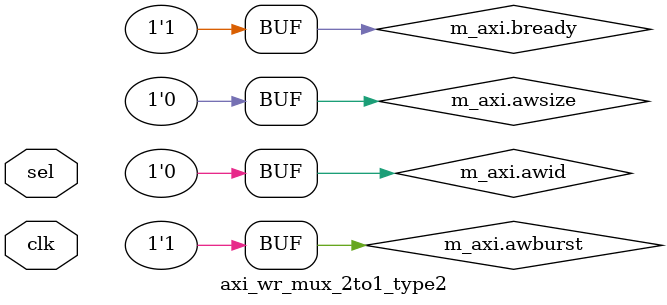
<source format=sv>
/*
 * AXI4 register
 */
module axi_wr_mux_2to1_type2 # (
    parameter integer C_M_AXI_ID_WIDTH            =   4   , 
    parameter integer C_M_AXI_ADDR_WIDTH          =   64  ,
    parameter integer C_M_AXI_DATA_WIDTH          =   512 
)
(
    input  logic                                    clk                ,

    input  logic                                    sel                ,

    axi_bus_wr_t.slave                              s00_axi            ,
    axi_bus_wr_t.slave                              s01_axi            ,

    axi_bus_wr_t.master                             m_axi                  
);

always_comb begin : genaxi_wr
    m_axi.awvalid       =   sel ?  s01_axi.awvalid : s00_axi.awvalid;
    s00_axi.awready     =   ~sel & m_axi.awready;
    s01_axi.awready     =   sel & m_axi.awready;
    m_axi.awaddr        =   sel ?  s01_axi.awaddr : s00_axi.awaddr;
    m_axi.awburst       =   2'b01;
    m_axi.awlen         =   sel ?  s01_axi.awlen : s00_axi.awlen;
    m_axi.awsize        =   $clog2((C_M_AXI_DATA_WIDTH/8));;
    m_axi.awid          =   {C_M_AXI_ID_WIDTH{1'b0}};

    m_axi.wvalid        = sel ?  s01_axi.wvalid : s00_axi.wvalid;
    s00_axi.wready      = ~sel & m_axi.wready;
    s01_axi.wready      = sel & m_axi.wready;
    m_axi.wdata         = sel ?  s01_axi.wdata : s00_axi.wdata;
    m_axi.wstrb         = sel ?  s01_axi.wstrb : s00_axi.wstrb;
    m_axi.wlast         = sel ?  s01_axi.wlast : s00_axi.wlast;

    s00_axi.bvalid      = ~sel & m_axi.bvalid;
    s01_axi.bvalid      = sel & m_axi.bvalid;
    m_axi.bready        = 1'b1;
end : genaxi_wr

endmodule
</source>
